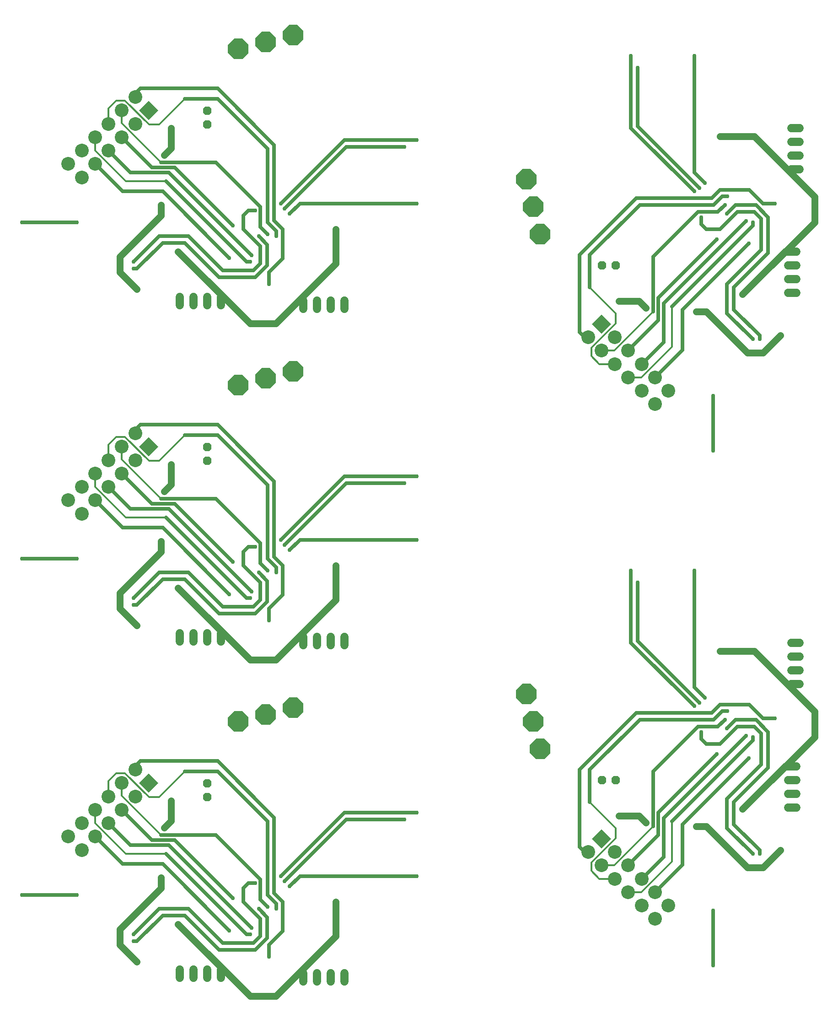
<source format=gbr>
G04 EAGLE Gerber RS-274X export*
G75*
%MOMM*%
%FSLAX34Y34*%
%LPD*%
%INBottom Copper*%
%IPPOS*%
%AMOC8*
5,1,8,0,0,1.08239X$1,22.5*%
G01*
%ADD10P,1.732040X8X292.500000*%
%ADD11P,4.123906X8X22.500000*%
%ADD12C,1.524000*%
%ADD13R,2.540000X2.540000*%
%ADD14C,2.540000*%
%ADD15P,1.732040X8X22.500000*%
%ADD16P,4.123906X8X112.500000*%
%ADD17C,0.756400*%
%ADD18C,0.635000*%
%ADD19C,1.270000*%
%ADD20C,0.304800*%


D10*
X425450Y419100D03*
X425450Y393700D03*
D11*
X482600Y533400D03*
X533400Y546100D03*
X584200Y558800D03*
D12*
X450850Y74295D02*
X450850Y59055D01*
X425450Y59055D02*
X425450Y74295D01*
X400050Y74295D02*
X400050Y59055D01*
X374650Y59055D02*
X374650Y74295D01*
X679450Y67945D02*
X679450Y52705D01*
X654050Y52705D02*
X654050Y67945D01*
X628650Y67945D02*
X628650Y52705D01*
X603250Y52705D02*
X603250Y67945D01*
D13*
G36*
X298889Y419751D02*
X316849Y437711D01*
X334809Y419751D01*
X316849Y401791D01*
X298889Y419751D01*
G37*
D14*
X292100Y395003D03*
X267351Y370254D03*
X242603Y345505D03*
X217854Y320756D03*
X193105Y296008D03*
X292100Y444500D03*
X267351Y419751D03*
X242603Y395003D03*
X217854Y370254D03*
X193105Y345505D03*
X168356Y320756D03*
D10*
X425450Y1041400D03*
X425450Y1016000D03*
D11*
X482600Y1155700D03*
X533400Y1168400D03*
X584200Y1181100D03*
D12*
X450850Y696595D02*
X450850Y681355D01*
X425450Y681355D02*
X425450Y696595D01*
X400050Y696595D02*
X400050Y681355D01*
X374650Y681355D02*
X374650Y696595D01*
X679450Y690245D02*
X679450Y675005D01*
X654050Y675005D02*
X654050Y690245D01*
X628650Y690245D02*
X628650Y675005D01*
X603250Y675005D02*
X603250Y690245D01*
D13*
G36*
X298889Y1042051D02*
X316849Y1060011D01*
X334809Y1042051D01*
X316849Y1024091D01*
X298889Y1042051D01*
G37*
D14*
X292100Y1017303D03*
X267351Y992554D03*
X242603Y967805D03*
X217854Y943056D03*
X193105Y918308D03*
X292100Y1066800D03*
X267351Y1042051D03*
X242603Y1017303D03*
X217854Y992554D03*
X193105Y967805D03*
X168356Y943056D03*
D10*
X425450Y1663700D03*
X425450Y1638300D03*
D11*
X482600Y1778000D03*
X533400Y1790700D03*
X584200Y1803400D03*
D12*
X450850Y1318895D02*
X450850Y1303655D01*
X425450Y1303655D02*
X425450Y1318895D01*
X400050Y1318895D02*
X400050Y1303655D01*
X374650Y1303655D02*
X374650Y1318895D01*
X679450Y1312545D02*
X679450Y1297305D01*
X654050Y1297305D02*
X654050Y1312545D01*
X628650Y1312545D02*
X628650Y1297305D01*
X603250Y1297305D02*
X603250Y1312545D01*
D13*
G36*
X298889Y1664351D02*
X316849Y1682311D01*
X334809Y1664351D01*
X316849Y1646391D01*
X298889Y1664351D01*
G37*
D14*
X292100Y1639603D03*
X267351Y1614854D03*
X242603Y1590105D03*
X217854Y1565356D03*
X193105Y1540608D03*
X292100Y1689100D03*
X267351Y1664351D03*
X242603Y1639603D03*
X217854Y1614854D03*
X193105Y1590105D03*
X168356Y1565356D03*
D15*
X1155700Y425450D03*
X1181100Y425450D03*
D16*
X1041400Y482600D03*
X1028700Y533400D03*
X1016000Y584200D03*
D12*
X1500505Y450850D02*
X1515745Y450850D01*
X1515745Y425450D02*
X1500505Y425450D01*
X1500505Y400050D02*
X1515745Y400050D01*
X1515745Y374650D02*
X1500505Y374650D01*
X1506855Y679450D02*
X1522095Y679450D01*
X1522095Y654050D02*
X1506855Y654050D01*
X1506855Y628650D02*
X1522095Y628650D01*
X1522095Y603250D02*
X1506855Y603250D01*
D13*
G36*
X1155049Y298889D02*
X1137089Y316849D01*
X1155049Y334809D01*
X1173009Y316849D01*
X1155049Y298889D01*
G37*
D14*
X1179797Y292100D03*
X1204546Y267351D03*
X1229295Y242603D03*
X1254044Y217854D03*
X1278792Y193105D03*
X1130300Y292100D03*
X1155049Y267351D03*
X1179797Y242603D03*
X1204546Y217854D03*
X1229295Y193105D03*
X1254044Y168356D03*
D15*
X1155700Y1377950D03*
X1181100Y1377950D03*
D16*
X1041400Y1435100D03*
X1028700Y1485900D03*
X1016000Y1536700D03*
D12*
X1500505Y1403350D02*
X1515745Y1403350D01*
X1515745Y1377950D02*
X1500505Y1377950D01*
X1500505Y1352550D02*
X1515745Y1352550D01*
X1515745Y1327150D02*
X1500505Y1327150D01*
X1506855Y1631950D02*
X1522095Y1631950D01*
X1522095Y1606550D02*
X1506855Y1606550D01*
X1506855Y1581150D02*
X1522095Y1581150D01*
X1522095Y1555750D02*
X1506855Y1555750D01*
D13*
G36*
X1155049Y1251389D02*
X1137089Y1269349D01*
X1155049Y1287309D01*
X1173009Y1269349D01*
X1155049Y1251389D01*
G37*
D14*
X1179797Y1244600D03*
X1204546Y1219851D03*
X1229295Y1195103D03*
X1254044Y1170354D03*
X1278792Y1145605D03*
X1130300Y1244600D03*
X1155049Y1219851D03*
X1179797Y1195103D03*
X1204546Y1170354D03*
X1229295Y1145605D03*
X1254044Y1120856D03*
D17*
X507525Y151925D03*
D18*
X354650Y304800D01*
X283308Y304800D02*
X242603Y345505D01*
X283308Y304800D02*
X354650Y304800D01*
D17*
X465850Y146925D03*
D18*
X342900Y269875D01*
X268735Y269875D02*
X217854Y320756D01*
X268735Y269875D02*
X342900Y269875D01*
D17*
X288925Y139700D03*
D18*
X336550Y187325D01*
X390525Y187325D01*
X454025Y123825D01*
X511175Y123825D02*
X523875Y136525D01*
X523875Y168275D01*
X492125Y200025D01*
X492125Y225425D01*
X501650Y234950D01*
X514350Y234950D01*
D17*
X514350Y234950D03*
D18*
X511175Y123825D02*
X454025Y123825D01*
D17*
X473075Y206375D03*
D18*
X365125Y314325D01*
X323280Y314325D02*
X267351Y370254D01*
X323280Y314325D02*
X365125Y314325D01*
D17*
X371514Y158719D03*
D19*
X504833Y25400D01*
X552450Y25400D01*
D17*
X552450Y25400D03*
X663575Y200025D03*
D19*
X663575Y136525D01*
X552450Y25400D01*
D17*
X288925Y127000D03*
D18*
X295275Y127000D01*
X342900Y174625D01*
X384175Y174625D01*
X447675Y111125D01*
X514350Y111125D01*
X536575Y133350D01*
X536575Y171450D01*
X520700Y187325D01*
D17*
X520700Y187325D03*
X577850Y228600D03*
D18*
X596900Y247650D01*
X812800Y247650D01*
D17*
X812800Y247650D03*
X568325Y238125D03*
D18*
X682625Y352425D01*
X790575Y352425D01*
D17*
X790575Y352425D03*
X561975Y247650D03*
D18*
X679450Y365125D01*
D17*
X812800Y365125D03*
D18*
X679450Y365125D01*
D17*
X358775Y387350D03*
D19*
X358775Y350139D01*
X346075Y337439D01*
D18*
X346075Y336550D01*
D17*
X346075Y337439D03*
X539750Y98425D03*
D18*
X539750Y120650D01*
X565150Y146050D01*
X549275Y355600D02*
X444500Y460375D01*
X301625Y460375D01*
X292100Y450850D01*
X292100Y444500D01*
X549275Y355600D02*
X549275Y215900D01*
X565150Y200025D01*
X565150Y146050D01*
D17*
X552850Y186925D03*
D18*
X536975Y212325D02*
X536975Y348850D01*
X552850Y196450D02*
X552850Y186925D01*
X552850Y196450D02*
X536975Y212325D01*
X444500Y441325D02*
X384175Y441325D01*
X444500Y441325D02*
X536975Y348850D01*
D20*
X384175Y441325D02*
X336550Y393700D01*
X317500Y393700D01*
X273050Y438150D01*
X257175Y438150D01*
X242603Y423578D02*
X242603Y395003D01*
X242603Y423578D02*
X257175Y438150D01*
D17*
X537050Y190975D03*
D18*
X523875Y204150D01*
X441325Y323850D02*
X339725Y323850D01*
D20*
X267351Y396224D01*
X267351Y419751D01*
D18*
X523875Y241300D02*
X523875Y204150D01*
X523875Y241300D02*
X441325Y323850D01*
D17*
X504825Y139700D03*
D18*
X498475Y139700D01*
D20*
X349250Y288925D02*
X274701Y288925D01*
X217854Y345772D02*
X217854Y370254D01*
D18*
X349250Y288925D02*
X498475Y139700D01*
D20*
X274701Y288925D02*
X217854Y345772D01*
D17*
X82550Y212725D03*
D18*
X184150Y212725D01*
D17*
X184150Y212725D03*
X295275Y88900D03*
D19*
X263525Y120650D01*
X263525Y149225D01*
X339725Y225425D02*
X339725Y244475D01*
X339725Y225425D02*
X263525Y149225D01*
D17*
X339725Y244475D03*
X507525Y774225D03*
D18*
X354650Y927100D01*
X283308Y927100D02*
X242603Y967805D01*
X283308Y927100D02*
X354650Y927100D01*
D17*
X465850Y769225D03*
D18*
X342900Y892175D01*
X268735Y892175D02*
X217854Y943056D01*
X268735Y892175D02*
X342900Y892175D01*
D17*
X288925Y762000D03*
D18*
X336550Y809625D01*
X390525Y809625D01*
X454025Y746125D01*
X511175Y746125D02*
X523875Y758825D01*
X523875Y790575D01*
X492125Y822325D01*
X492125Y847725D01*
X501650Y857250D01*
X514350Y857250D01*
D17*
X514350Y857250D03*
D18*
X511175Y746125D02*
X454025Y746125D01*
D17*
X473075Y828675D03*
D18*
X365125Y936625D01*
X323280Y936625D02*
X267351Y992554D01*
X323280Y936625D02*
X365125Y936625D01*
D17*
X371514Y781019D03*
D19*
X504833Y647700D01*
X552450Y647700D01*
D17*
X552450Y647700D03*
X663575Y822325D03*
D19*
X663575Y758825D01*
X552450Y647700D01*
D17*
X288925Y749300D03*
D18*
X295275Y749300D01*
X342900Y796925D01*
X384175Y796925D01*
X447675Y733425D01*
X514350Y733425D01*
X536575Y755650D01*
X536575Y793750D01*
X520700Y809625D01*
D17*
X520700Y809625D03*
X577850Y850900D03*
D18*
X596900Y869950D01*
X812800Y869950D01*
D17*
X812800Y869950D03*
X568325Y860425D03*
D18*
X682625Y974725D01*
X790575Y974725D01*
D17*
X790575Y974725D03*
X561975Y869950D03*
D18*
X679450Y987425D01*
D17*
X812800Y987425D03*
D18*
X679450Y987425D01*
D17*
X358775Y1009650D03*
D19*
X358775Y972439D01*
X346075Y959739D01*
D18*
X346075Y958850D01*
D17*
X346075Y959739D03*
X539750Y720725D03*
D18*
X539750Y742950D01*
X565150Y768350D01*
X549275Y977900D02*
X444500Y1082675D01*
X301625Y1082675D01*
X292100Y1073150D01*
X292100Y1066800D01*
X549275Y977900D02*
X549275Y838200D01*
X565150Y822325D01*
X565150Y768350D01*
D17*
X552850Y809225D03*
D18*
X536975Y834625D02*
X536975Y971150D01*
X552850Y818750D02*
X552850Y809225D01*
X552850Y818750D02*
X536975Y834625D01*
X444500Y1063625D02*
X384175Y1063625D01*
X444500Y1063625D02*
X536975Y971150D01*
D20*
X384175Y1063625D02*
X336550Y1016000D01*
X317500Y1016000D01*
X273050Y1060450D01*
X257175Y1060450D01*
X242603Y1045878D02*
X242603Y1017303D01*
X242603Y1045878D02*
X257175Y1060450D01*
D17*
X537050Y813275D03*
D18*
X523875Y826450D01*
X441325Y946150D02*
X339725Y946150D01*
D20*
X267351Y1018524D01*
X267351Y1042051D01*
D18*
X523875Y863600D02*
X523875Y826450D01*
X523875Y863600D02*
X441325Y946150D01*
D17*
X504825Y762000D03*
D18*
X498475Y762000D01*
D20*
X349250Y911225D02*
X274701Y911225D01*
X217854Y968072D02*
X217854Y992554D01*
D18*
X349250Y911225D02*
X498475Y762000D01*
D20*
X274701Y911225D02*
X217854Y968072D01*
D17*
X82550Y835025D03*
D18*
X184150Y835025D01*
D17*
X184150Y835025D03*
X295275Y711200D03*
D19*
X263525Y742950D01*
X263525Y771525D01*
X339725Y847725D02*
X339725Y866775D01*
X339725Y847725D02*
X263525Y771525D01*
D17*
X339725Y866775D03*
X507525Y1396525D03*
D18*
X354650Y1549400D01*
X283308Y1549400D02*
X242603Y1590105D01*
X283308Y1549400D02*
X354650Y1549400D01*
D17*
X465850Y1391525D03*
D18*
X342900Y1514475D01*
X268735Y1514475D02*
X217854Y1565356D01*
X268735Y1514475D02*
X342900Y1514475D01*
D17*
X288925Y1384300D03*
D18*
X336550Y1431925D01*
X390525Y1431925D01*
X454025Y1368425D01*
X511175Y1368425D02*
X523875Y1381125D01*
X523875Y1412875D01*
X492125Y1444625D01*
X492125Y1470025D01*
X501650Y1479550D01*
X514350Y1479550D01*
D17*
X514350Y1479550D03*
D18*
X511175Y1368425D02*
X454025Y1368425D01*
D17*
X473075Y1450975D03*
D18*
X365125Y1558925D01*
X323280Y1558925D02*
X267351Y1614854D01*
X323280Y1558925D02*
X365125Y1558925D01*
D17*
X371514Y1403319D03*
D19*
X504833Y1270000D01*
X552450Y1270000D01*
D17*
X552450Y1270000D03*
X663575Y1444625D03*
D19*
X663575Y1381125D01*
X552450Y1270000D01*
D17*
X288925Y1371600D03*
D18*
X295275Y1371600D01*
X342900Y1419225D01*
X384175Y1419225D01*
X447675Y1355725D01*
X514350Y1355725D01*
X536575Y1377950D01*
X536575Y1416050D01*
X520700Y1431925D01*
D17*
X520700Y1431925D03*
X577850Y1473200D03*
D18*
X596900Y1492250D01*
X812800Y1492250D01*
D17*
X812800Y1492250D03*
X568325Y1482725D03*
D18*
X682625Y1597025D01*
X790575Y1597025D01*
D17*
X790575Y1597025D03*
X561975Y1492250D03*
D18*
X679450Y1609725D01*
D17*
X812800Y1609725D03*
D18*
X679450Y1609725D01*
D17*
X358775Y1631950D03*
D19*
X358775Y1594739D01*
X346075Y1582039D01*
D18*
X346075Y1581150D01*
D17*
X346075Y1582039D03*
X539750Y1343025D03*
D18*
X539750Y1365250D01*
X565150Y1390650D01*
X549275Y1600200D02*
X444500Y1704975D01*
X301625Y1704975D01*
X292100Y1695450D01*
X292100Y1689100D01*
X549275Y1600200D02*
X549275Y1460500D01*
X565150Y1444625D01*
X565150Y1390650D01*
D17*
X552850Y1431525D03*
D18*
X536975Y1456925D02*
X536975Y1593450D01*
X552850Y1441050D02*
X552850Y1431525D01*
X552850Y1441050D02*
X536975Y1456925D01*
X444500Y1685925D02*
X384175Y1685925D01*
X444500Y1685925D02*
X536975Y1593450D01*
D20*
X384175Y1685925D02*
X336550Y1638300D01*
X317500Y1638300D01*
X273050Y1682750D01*
X257175Y1682750D01*
X242603Y1668178D02*
X242603Y1639603D01*
X242603Y1668178D02*
X257175Y1682750D01*
D17*
X537050Y1435575D03*
D18*
X523875Y1448750D01*
X441325Y1568450D02*
X339725Y1568450D01*
D20*
X267351Y1640824D01*
X267351Y1664351D01*
D18*
X523875Y1485900D02*
X523875Y1448750D01*
X523875Y1485900D02*
X441325Y1568450D01*
D17*
X504825Y1384300D03*
D18*
X498475Y1384300D01*
D20*
X349250Y1533525D02*
X274701Y1533525D01*
X217854Y1590372D02*
X217854Y1614854D01*
D18*
X349250Y1533525D02*
X498475Y1384300D01*
D20*
X274701Y1533525D02*
X217854Y1590372D01*
D17*
X82550Y1457325D03*
D18*
X184150Y1457325D01*
D17*
X184150Y1457325D03*
X295275Y1333500D03*
D19*
X263525Y1365250D01*
X263525Y1393825D01*
X339725Y1470025D02*
X339725Y1489075D01*
X339725Y1470025D02*
X263525Y1393825D01*
D17*
X339725Y1489075D03*
X1422875Y507525D03*
D18*
X1270000Y354650D01*
X1270000Y283308D02*
X1229295Y242603D01*
X1270000Y283308D02*
X1270000Y354650D01*
D17*
X1427875Y465850D03*
D18*
X1304925Y342900D01*
X1304925Y268735D02*
X1254044Y217854D01*
X1304925Y268735D02*
X1304925Y342900D01*
D17*
X1435100Y288925D03*
D18*
X1387475Y336550D01*
X1387475Y390525D01*
X1450975Y454025D01*
X1450975Y511175D02*
X1438275Y523875D01*
X1406525Y523875D01*
X1374775Y492125D01*
X1349375Y492125D01*
X1339850Y501650D01*
X1339850Y514350D01*
D17*
X1339850Y514350D03*
D18*
X1450975Y511175D02*
X1450975Y454025D01*
D17*
X1368425Y473075D03*
D18*
X1260475Y365125D01*
X1260475Y323280D02*
X1204546Y267351D01*
X1260475Y323280D02*
X1260475Y365125D01*
D17*
X1416081Y371514D03*
D19*
X1549400Y504833D01*
X1549400Y552450D01*
D17*
X1549400Y552450D03*
X1374775Y663575D03*
D19*
X1438275Y663575D01*
X1549400Y552450D01*
D17*
X1447800Y288925D03*
D18*
X1447800Y295275D01*
X1400175Y342900D01*
X1400175Y384175D01*
X1463675Y447675D01*
X1463675Y514350D01*
X1441450Y536575D01*
X1403350Y536575D01*
X1387475Y520700D01*
D17*
X1387475Y520700D03*
X1346200Y577850D03*
D18*
X1327150Y596900D01*
X1327150Y812800D01*
D17*
X1327150Y812800D03*
X1336675Y568325D03*
D18*
X1222375Y682625D01*
X1222375Y790575D01*
D17*
X1222375Y790575D03*
X1327150Y561975D03*
D18*
X1209675Y679450D01*
D17*
X1209675Y812800D03*
D18*
X1209675Y679450D01*
D17*
X1187450Y358775D03*
D19*
X1224661Y358775D01*
X1237361Y346075D01*
D18*
X1238250Y346075D01*
D17*
X1237361Y346075D03*
X1476375Y539750D03*
D18*
X1454150Y539750D01*
X1428750Y565150D01*
X1219200Y549275D02*
X1114425Y444500D01*
X1114425Y301625D01*
X1123950Y292100D01*
X1130300Y292100D01*
X1219200Y549275D02*
X1358900Y549275D01*
X1374775Y565150D01*
X1428750Y565150D01*
D17*
X1387875Y552850D03*
D18*
X1362475Y536975D02*
X1225950Y536975D01*
X1378350Y552850D02*
X1387875Y552850D01*
X1378350Y552850D02*
X1362475Y536975D01*
X1133475Y444500D02*
X1133475Y384175D01*
X1133475Y444500D02*
X1225950Y536975D01*
D20*
X1133475Y384175D02*
X1181100Y336550D01*
X1181100Y317500D01*
X1136650Y273050D01*
X1136650Y257175D01*
X1151223Y242603D02*
X1179797Y242603D01*
X1151223Y242603D02*
X1136650Y257175D01*
D17*
X1383825Y537050D03*
D18*
X1370650Y523875D01*
X1250950Y441325D02*
X1250950Y339725D01*
D20*
X1178576Y267351D01*
X1155049Y267351D01*
D18*
X1333500Y523875D02*
X1370650Y523875D01*
X1333500Y523875D02*
X1250950Y441325D01*
D17*
X1435100Y504825D03*
D18*
X1435100Y498475D01*
D20*
X1285875Y349250D02*
X1285875Y274701D01*
X1229028Y217854D02*
X1204546Y217854D01*
D18*
X1285875Y349250D02*
X1435100Y498475D01*
D20*
X1285875Y274701D02*
X1229028Y217854D01*
D17*
X1362075Y82550D03*
D18*
X1362075Y184150D01*
D17*
X1362075Y184150D03*
X1485900Y295275D03*
D19*
X1454150Y263525D01*
X1425575Y263525D01*
X1349375Y339725D02*
X1330325Y339725D01*
X1349375Y339725D02*
X1425575Y263525D01*
D17*
X1330325Y339725D03*
X1422875Y1460025D03*
D18*
X1270000Y1307150D01*
X1270000Y1235808D02*
X1229295Y1195103D01*
X1270000Y1235808D02*
X1270000Y1307150D01*
D17*
X1427875Y1418350D03*
D18*
X1304925Y1295400D01*
X1304925Y1221235D02*
X1254044Y1170354D01*
X1304925Y1221235D02*
X1304925Y1295400D01*
D17*
X1435100Y1241425D03*
D18*
X1387475Y1289050D01*
X1387475Y1343025D01*
X1450975Y1406525D01*
X1450975Y1463675D02*
X1438275Y1476375D01*
X1406525Y1476375D01*
X1374775Y1444625D01*
X1349375Y1444625D01*
X1339850Y1454150D01*
X1339850Y1466850D01*
D17*
X1339850Y1466850D03*
D18*
X1450975Y1463675D02*
X1450975Y1406525D01*
D17*
X1368425Y1425575D03*
D18*
X1260475Y1317625D01*
X1260475Y1275780D02*
X1204546Y1219851D01*
X1260475Y1275780D02*
X1260475Y1317625D01*
D17*
X1416081Y1324014D03*
D19*
X1549400Y1457333D01*
X1549400Y1504950D01*
D17*
X1549400Y1504950D03*
X1374775Y1616075D03*
D19*
X1438275Y1616075D01*
X1549400Y1504950D01*
D17*
X1447800Y1241425D03*
D18*
X1447800Y1247775D01*
X1400175Y1295400D01*
X1400175Y1336675D01*
X1463675Y1400175D01*
X1463675Y1466850D01*
X1441450Y1489075D01*
X1403350Y1489075D01*
X1387475Y1473200D01*
D17*
X1387475Y1473200D03*
X1346200Y1530350D03*
D18*
X1327150Y1549400D01*
X1327150Y1765300D01*
D17*
X1327150Y1765300D03*
X1336675Y1520825D03*
D18*
X1222375Y1635125D01*
X1222375Y1743075D01*
D17*
X1222375Y1743075D03*
X1327150Y1514475D03*
D18*
X1209675Y1631950D01*
D17*
X1209675Y1765300D03*
D18*
X1209675Y1631950D01*
D17*
X1187450Y1311275D03*
D19*
X1224661Y1311275D01*
X1237361Y1298575D01*
D18*
X1238250Y1298575D01*
D17*
X1237361Y1298575D03*
X1476375Y1492250D03*
D18*
X1454150Y1492250D01*
X1428750Y1517650D01*
X1219200Y1501775D02*
X1114425Y1397000D01*
X1114425Y1254125D01*
X1123950Y1244600D01*
X1130300Y1244600D01*
X1219200Y1501775D02*
X1358900Y1501775D01*
X1374775Y1517650D01*
X1428750Y1517650D01*
D17*
X1387875Y1505350D03*
D18*
X1362475Y1489475D02*
X1225950Y1489475D01*
X1378350Y1505350D02*
X1387875Y1505350D01*
X1378350Y1505350D02*
X1362475Y1489475D01*
X1133475Y1397000D02*
X1133475Y1336675D01*
X1133475Y1397000D02*
X1225950Y1489475D01*
D20*
X1133475Y1336675D02*
X1181100Y1289050D01*
X1181100Y1270000D01*
X1136650Y1225550D01*
X1136650Y1209675D01*
X1151223Y1195103D02*
X1179797Y1195103D01*
X1151223Y1195103D02*
X1136650Y1209675D01*
D17*
X1383825Y1489550D03*
D18*
X1370650Y1476375D01*
X1250950Y1393825D02*
X1250950Y1292225D01*
D20*
X1178576Y1219851D01*
X1155049Y1219851D01*
D18*
X1333500Y1476375D02*
X1370650Y1476375D01*
X1333500Y1476375D02*
X1250950Y1393825D01*
D17*
X1435100Y1457325D03*
D18*
X1435100Y1450975D01*
D20*
X1285875Y1301750D02*
X1285875Y1227201D01*
X1229028Y1170354D02*
X1204546Y1170354D01*
D18*
X1285875Y1301750D02*
X1435100Y1450975D01*
D20*
X1285875Y1227201D02*
X1229028Y1170354D01*
D17*
X1362075Y1035050D03*
D18*
X1362075Y1136650D01*
D17*
X1362075Y1136650D03*
X1485900Y1247775D03*
D19*
X1454150Y1216025D01*
X1425575Y1216025D01*
X1349375Y1292225D02*
X1330325Y1292225D01*
X1349375Y1292225D02*
X1425575Y1216025D01*
D17*
X1330325Y1292225D03*
M02*

</source>
